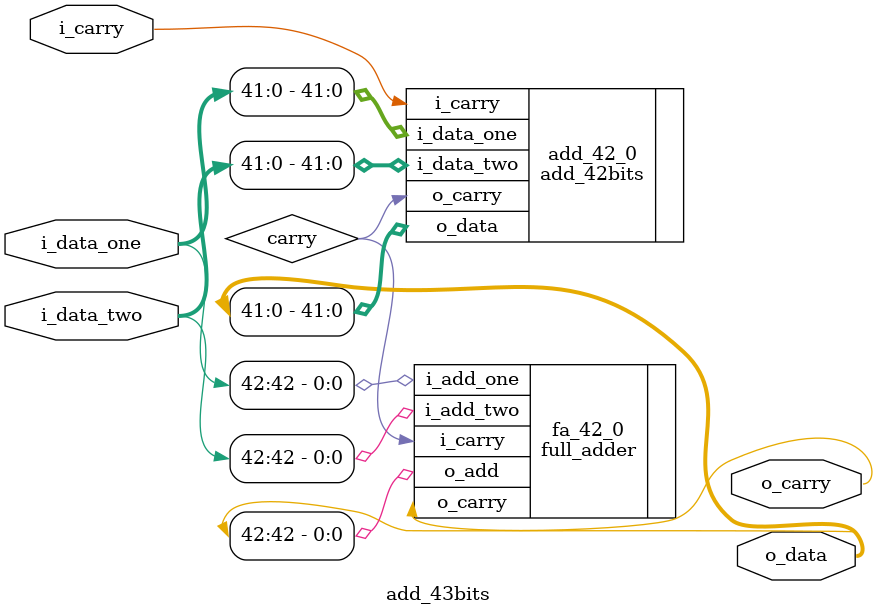
<source format=sv>
module add_43bits(
  input logic  [42:0] i_data_one,
  input logic  [42:0] i_data_two,
  input logic         i_carry,
  
  output logic [42:0] o_data,
  output logic        o_carry
);

  logic carry;

  add_42bits add_42_0(
    .i_data_one (i_data_one[41:0]),
    .i_data_two (i_data_two[41:0]),
    .i_carry    (i_carry),
    .o_data     (o_data[41:0]),
    .o_carry    (carry)
  );
  
  full_adder fa_42_0(
    .i_add_one (i_data_one[42]),
    .i_add_two (i_data_two[42]),
    .i_carry   (carry),
    .o_add     (o_data[42]),
    .o_carry   (o_carry)
  );

endmodule
</source>
